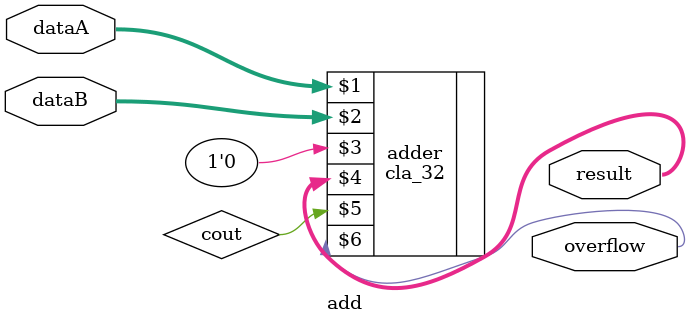
<source format=v>
module add(dataA, dataB, result, overflow);

	input [31:0] dataA, dataB; // input data
	output [31:0] result;      // ouput result
	output overflow;           // overflow sign for adding
	
	wire cout;                 // carry-out sign
	
	// **Implement adder**
	cla_32 adder(dataA, dataB, 1'b0, result, cout, overflow);

endmodule

</source>
